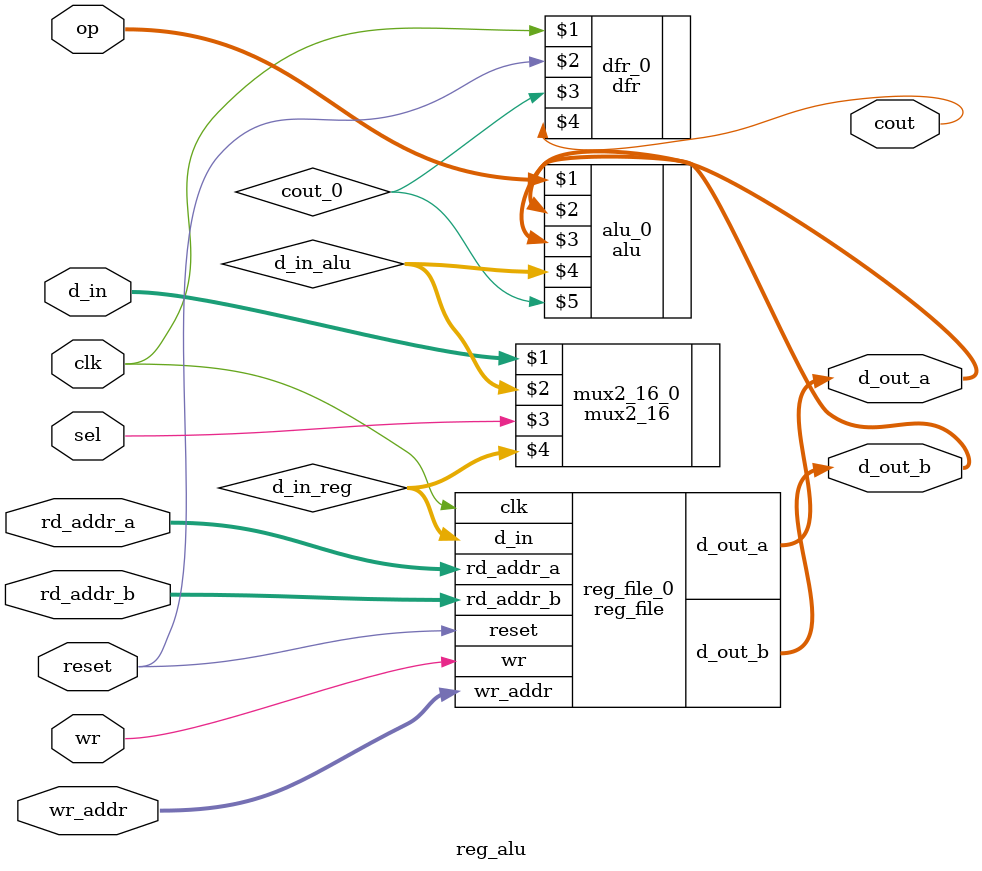
<source format=v>
module dfrl_16 (input wire clk, reset, load, input wire [15:0] in, output wire [15:0] out);
dfrl _f0(clk,reset,load,in[0],out[0]);
dfrl _f1(clk,reset,load,in[1],out[1]);
dfrl _f2(clk,reset,load,in[2],out[2]);
dfrl _f3(clk,reset,load,in[3],out[3]);
dfrl _f4(clk,reset,load,in[4],out[4]);
dfrl _f5(clk,reset,load,in[5],out[5]);
dfrl _f6(clk,reset,load,in[6],out[6]);
dfrl _f7(clk,reset,load,in[7],out[7]);
dfrl _f8(clk,reset,load,in[8],out[8]);
dfrl _f9(clk,reset,load,in[9],out[9]);
dfrl _f10(clk,reset,load,in[10],out[10]);
dfrl _f11(clk,reset,load,in[11],out[11]);
dfrl _f12(clk,reset,load,in[12],out[12]);
dfrl _f13(clk,reset,load,in[13],out[13]);
dfrl _f14(clk,reset,load,in[14],out[14]);
dfrl _f15(clk,reset,load,in[15],out[15]);
endmodule
module mux8_16 (input wire [0:15] i0, i1, i2, i3, i4, i5, i6, i7, input wire [0:2] j, 
output wire [0:15] o);  
mux8 mux8_0({i0[0], i1[0], i2[0], i3[0], i4[0], i5[0], i6[0], i7[0]}, j[0], j[1], j[2], o[0]);
mux8 mux8_1({i0[1], i1[1], i2[1], i3[1], i4[1], i5[1], i6[1], i7[1]}, j[0], j[1], j[2], o[1]);
mux8 mux8_2({i0[2], i1[2], i2[2], i3[2], i4[2], i5[2], i6[2], i7[2]}, j[0], j[1], j[2], o[2]);
mux8 mux8_3({i0[3], i1[3], i2[3], i3[3], i4[3], i5[3], i6[3], i7[3]}, j[0], j[1], j[2], o[3]);
mux8 mux8_4({i0[4], i1[4], i2[4], i3[4], i4[4], i5[4], i6[4], i7[4]}, j[0], j[1], j[2], o[4]);
mux8 mux8_5({i0[5], i1[5], i2[5], i3[5], i4[5], i5[5], i6[5], i7[5]}, j[0], j[1], j[2], o[5]);
mux8 mux8_6({i0[6], i1[6], i2[6], i3[6], i4[6], i5[6], i6[6], i7[6]}, j[0], j[1], j[2], o[6]);
mux8 mux8_7({i0[7], i1[7], i2[7], i3[7], i4[7], i5[7], i6[7], i7[7]}, j[0], j[1], j[2], o[7]);
mux8 mux8_8({i0[8], i1[8], i2[8], i3[8], i4[8], i5[8], i6[8], i7[8]}, j[0], j[1], j[2], o[8]);
mux8 mux8_9({i0[9], i1[9], i2[9], i3[9], i4[9], i5[9], i6[9], i7[9]}, j[0], j[1], j[2], o[9]);
mux8 mux8_10({i0[10], i1[10], i2[10], i3[10], i4[10], i5[10], i6[10], i7[10]}, j[0], j[1], j[2], o[10]);
mux8 mux8_11({i0[11], i1[11], i2[11], i3[11], i4[11], i5[11], i6[11], i7[11]}, j[0], j[1], j[2], o[11]);
mux8 mux8_12({i0[12], i1[12], i2[12], i3[12], i4[12], i5[12], i6[12], i7[12]}, j[0], j[1], j[2], o[12]);
mux8 mux8_13({i0[13], i1[13], i2[13], i3[13], i4[13], i5[13], i6[13], i7[13]}, j[0], j[1], j[2], o[13]);
mux8 mux8_14({i0[14], i1[14], i2[14], i3[14], i4[14], i5[14], i6[14], i7[14]}, j[0], j[1], j[2], o[14]);
mux8 mux8_15({i0[15], i1[15], i2[15], i3[15], i4[15], i5[15], i6[15], i7[15]}, j[0], j[1], j[2], o[15]);
endmodule
module reg_file (input wire  clk, reset, wr, input wire [0:2] rd_addr_a, 
rd_addr_b, wr_addr, input wire [0:15] d_in, 
output wire [0:15] d_out_a, d_out_b);
wire [0:7] load;
wire [0:15] dout_0, dout_1, dout_2, dout_3, dout_4, dout_5, dout_6, dout_7;
dfrl_16 dfrl_16_0(clk, reset, load[0], d_in, dout_0);
dfrl_16 dfrl_16_1(clk, reset, load[1], d_in, dout_1);
dfrl_16 dfrl_16_2(clk, reset, load[2], d_in, dout_2);
dfrl_16 dfrl_16_3(clk, reset, load[3], d_in, dout_3);
dfrl_16 dfrl_16_4(clk, reset, load[4], d_in, dout_4);
dfrl_16 dfrl_16_5(clk, reset, load[5], d_in, dout_5);
dfrl_16 dfrl_16_6(clk, reset, load[6], d_in, dout_6);
dfrl_16 dfrl_16_7(clk, reset, load[7], d_in, dout_7);
demux8 demux8_0(wr, wr_addr[2], wr_addr[1], wr_addr[0], load);
mux8_16 mux8_16_9(dout_0, dout_1, dout_2, dout_3, dout_4, dout_5, dout_6, dout_7, rd_addr_a, d_out_a);
mux8_16 mux8_16_10(dout_0, dout_1, dout_2, dout_3, dout_4, dout_5, dout_6, dout_7, rd_addr_b, d_out_b);
endmodule
module reg_alu (input wire clk, reset, sel, wr, input wire [1:0] op, input wire [2:0] rd_addr_a,
rd_addr_b, wr_addr, input wire [15:0] d_in, output wire [15:0] d_out_a, d_out_b, output wire cout);
wire [15:0] d_in_alu, d_in_reg; wire cout_0;
alu alu_0 (op, d_out_a, d_out_b, d_in_alu, cout_0);
reg_file reg_file_0 (clk, reset, wr, rd_addr_a, rd_addr_b, wr_addr, d_in_reg, d_out_a, d_out_b);
mux2_16 mux2_16_0 (d_in, d_in_alu, sel, d_in_reg);
dfr dfr_0 (clk, reset, cout_0, cout);
endmodule
</source>
